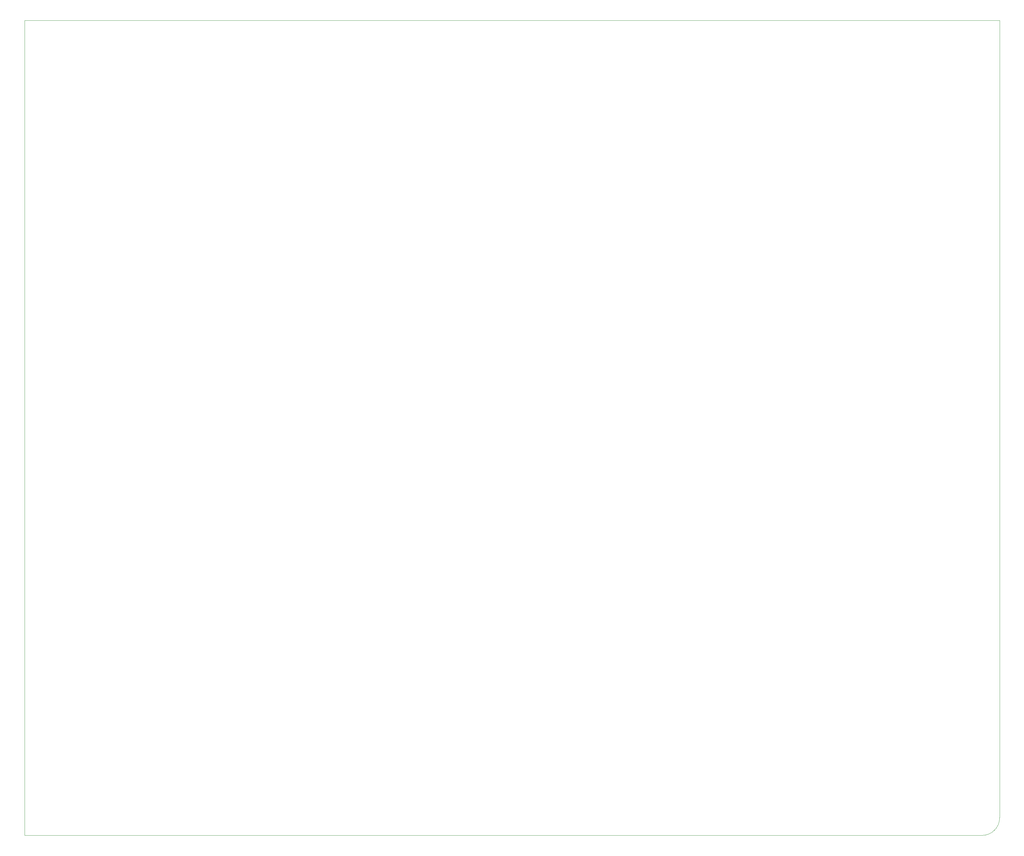
<source format=gm1>
%TF.GenerationSoftware,KiCad,Pcbnew,(6.0.4)*%
%TF.CreationDate,2022-05-26T23:51:16-07:00*%
%TF.ProjectId,bot_R,626f745f-522e-46b6-9963-61645f706362,rev?*%
%TF.SameCoordinates,Original*%
%TF.FileFunction,Profile,NP*%
%FSLAX46Y46*%
G04 Gerber Fmt 4.6, Leading zero omitted, Abs format (unit mm)*
G04 Created by KiCad (PCBNEW (6.0.4)) date 2022-05-26 23:51:16*
%MOMM*%
%LPD*%
G01*
G04 APERTURE LIST*
%TA.AperFunction,Profile*%
%ADD10C,0.100000*%
%TD*%
G04 APERTURE END LIST*
D10*
X295000000Y-20000000D02*
X295000000Y-245000000D01*
X20000000Y-250000000D02*
X290000000Y-250000000D01*
X20000000Y-20000000D02*
X295000000Y-20000000D01*
X290000000Y-250000000D02*
G75*
G03*
X295000000Y-245000000I0J5000000D01*
G01*
X20000000Y-20000000D02*
X20000000Y-250000000D01*
M02*

</source>
